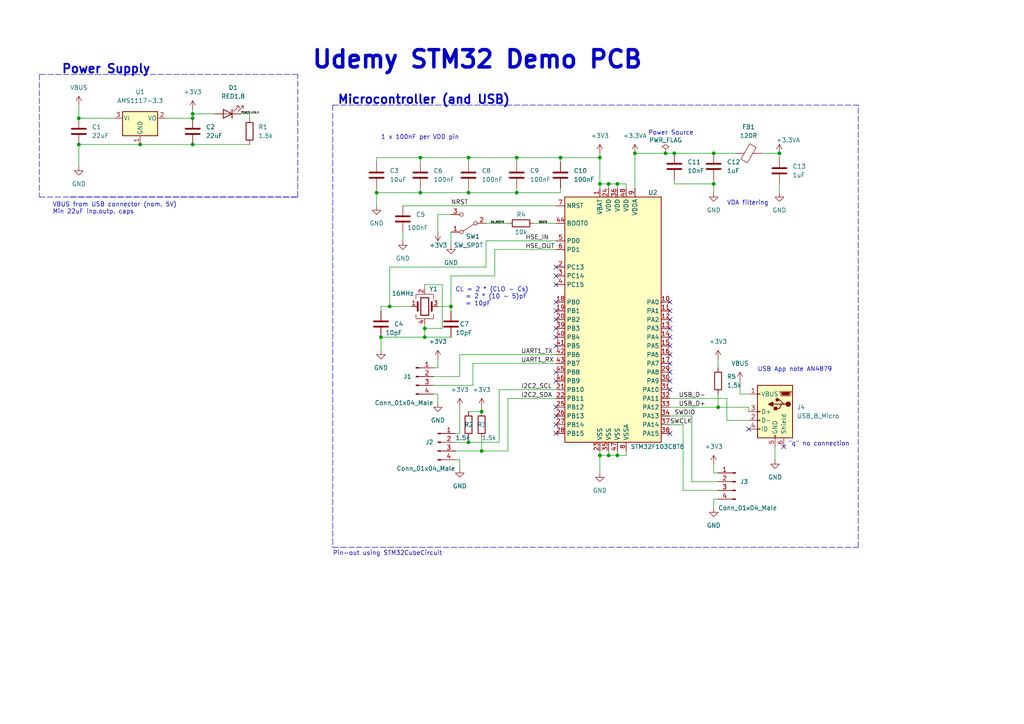
<source format=kicad_sch>
(kicad_sch (version 20211123) (generator eeschema)
  (paper "A4")
  (title_block (title "Udemy STM32 Demo PCB") (date "2023-02-14") (rev "0.1") (company "Chameleon"))
  (lib_symbols
    (symbol "Connector:Conn_01x04_Male" (pin_names (offset 1.016) hide)
      (property "Reference" "J" (at 0 5.08 0))
      (property "Value" "Conn_01x04_Male" (at 0 -7.62 0))
      (symbol "Conn_01x04_Male_1_1"
        (polyline (pts (xy 1.27 -5.08) (xy 0.8636 -5.08)) (stroke (width 0.1524)))
        (polyline (pts (xy 1.27 -2.54) (xy 0.8636 -2.54)) (stroke (width 0.1524)))
        (polyline (pts (xy 1.27 0) (xy 0.8636 0)) (stroke (width 0.1524)))
        (polyline (pts (xy 1.27 2.54) (xy 0.8636 2.54)) (stroke (width 0.1524)))
        (rectangle (start 0.8636 -4.953) (end 0 -5.207) (stroke (width 0.1524)) (fill (type outline)))
        (rectangle (start 0.8636 -2.413) (end 0 -2.667) (stroke (width 0.1524)) (fill (type outline)))
        (rectangle (start 0.8636 0.127) (end 0 -0.127) (stroke (width 0.1524)) (fill (type outline)))
        (rectangle (start 0.8636 2.667) (end 0 2.413) (stroke (width 0.1524)) (fill (type outline)))
        (pin passive line (at 5.08 2.54 180) (length 3.81) (name "Pin_1") (number "1"))
        (pin passive line (at 5.08 0 180) (length 3.81) (name "Pin_2") (number "2"))
        (pin passive line (at 5.08 -2.54 180) (length 3.81) (name "Pin_3") (number "3"))
        (pin passive line (at 5.08 -5.08 180) (length 3.81) (name "Pin_4") (number "4"))
      )
    )
    (symbol "Connector:USB_B_Micro" (pin_names (offset 1.016))
      (property "Reference" "J" (at -5.08 11.43 0))
      (property "Value" "USB_B_Micro" (at -5.08 8.89 0))
      (symbol "USB_B_Micro_0_1"
        (rectangle (start -5.08 -7.62) (end 5.08 7.62) (stroke (width 0.254)) (fill (type background)))
        (circle (center -3.81 2.159) (radius 0.635) (stroke (width 0.254)) (fill (type outline)))
        (circle (center -0.635 3.429) (radius 0.381) (stroke (width 0.254)) (fill (type outline)))
        (rectangle (start -0.127 -7.62) (end 0.127 -6.858))
        (polyline (pts (xy -1.905 2.159) (xy 0.635 2.159)) (stroke (width 0.254)))
        (polyline (pts (xy -3.175 2.159) (xy -2.54 2.159) (xy -1.27 3.429) (xy -0.635 3.429)) (stroke (width 0.254)))
        (polyline (pts (xy -2.54 2.159) (xy -1.905 2.159) (xy -1.27 0.889) (xy 0 0.889)) (stroke (width 0.254)))
        (polyline (pts (xy 0.635 2.794) (xy 0.635 1.524) (xy 1.905 2.159) (xy 0.635 2.794)) (stroke (width 0.254)) (fill (type outline)))
        (polyline (pts (xy -4.318 5.588) (xy -1.778 5.588) (xy -2.032 4.826) (xy -4.064 4.826) (xy -4.318 5.588)) (fill (type outline)))
        (polyline (pts (xy -4.699 5.842) (xy -4.699 5.588) (xy -4.445 4.826) (xy -4.445 4.572) (xy -1.651 4.572) (xy -1.651 4.826) (xy -1.397 5.588) (xy -1.397 5.842) (xy -4.699 5.842)))
        (rectangle (start 0.254 1.27) (end -0.508 0.508) (stroke (width 0.254)) (fill (type outline)))
        (rectangle (start 5.08 -5.207) (end 4.318 -4.953))
        (rectangle (start 5.08 -2.667) (end 4.318 -2.413))
        (rectangle (start 5.08 -0.127) (end 4.318 0.127))
        (rectangle (start 5.08 4.953) (end 4.318 5.207))
      )
      (symbol "USB_B_Micro_1_1"
        (pin power_out line (at 7.62 5.08 180) (length 2.54) (name "VBUS") (number "1"))
        (pin bidirectional line (at 7.62 -2.54 180) (length 2.54) (name "D-") (number "2"))
        (pin bidirectional line (at 7.62 0 180) (length 2.54) (name "D+") (number "3"))
        (pin passive line (at 7.62 -5.08 180) (length 2.54) (name "ID") (number "4"))
        (pin power_out line (at 0 -10.16 90) (length 2.54) (name "GND") (number "5"))
        (pin passive line (at -2.54 -10.16 90) (length 2.54) (name "Shield") (number "6"))
      )
    )
    (symbol "Device:C" (pin_numbers hide) (pin_names (offset 0.254))
      (property "Reference" "C" (at 0.635 2.54 0))
      (property "Value" "C" (at 0.635 -2.54 0))
      (symbol "C_0_1"
        (polyline (pts (xy -2.032 -0.762) (xy 2.032 -0.762)) (stroke (width 0.508)))
        (polyline (pts (xy -2.032 0.762) (xy 2.032 0.762)) (stroke (width 0.508)))
      )
      (symbol "C_1_1"
        (pin passive line (at 0 3.81 270) (length 2.794) (name "~") (number "1"))
        (pin passive line (at 0 -3.81 90) (length 2.794) (name "~") (number "2"))
      )
    )
    (symbol "Device:Crystal_GND24" (pin_names (offset 1.016) hide)
      (property "Reference" "Y" (at 3.175 5.08 0))
      (property "Value" "Crystal_GND24" (at 3.175 3.175 0))
      (symbol "Crystal_GND24_0_1"
        (rectangle (start -1.143 2.54) (end 1.143 -2.54) (stroke (width 0.3048)))
        (polyline (pts (xy -2.54 0) (xy -2.032 0)))
        (polyline (pts (xy -2.032 -1.27) (xy -2.032 1.27)) (stroke (width 0.508)))
        (polyline (pts (xy 0 -3.81) (xy 0 -3.556)))
        (polyline (pts (xy 0 3.556) (xy 0 3.81)))
        (polyline (pts (xy 2.032 -1.27) (xy 2.032 1.27)) (stroke (width 0.508)))
        (polyline (pts (xy 2.032 0) (xy 2.54 0)))
        (polyline (pts (xy -2.54 -2.286) (xy -2.54 -3.556) (xy 2.54 -3.556) (xy 2.54 -2.286)))
        (polyline (pts (xy -2.54 2.286) (xy -2.54 3.556) (xy 2.54 3.556) (xy 2.54 2.286)))
      )
      (symbol "Crystal_GND24_1_1"
        (pin passive line (at -3.81 0 0) (length 1.27) (name "1") (number "1"))
        (pin passive line (at 0 5.08 270) (length 1.27) (name "2") (number "2"))
        (pin passive line (at 3.81 0 180) (length 1.27) (name "3") (number "3"))
        (pin passive line (at 0 -5.08 90) (length 1.27) (name "4") (number "4"))
      )
    )
    (symbol "Device:FerriteBead" (pin_numbers hide) (pin_names (offset 0))
      (property "Reference" "FB" (at -3.81 0.635 90))
      (property "Value" "FerriteBead" (at 3.81 0 90))
      (symbol "FerriteBead_0_1"
        (polyline (pts (xy 0 -1.27) (xy 0 -1.2192)))
        (polyline (pts (xy 0 1.27) (xy 0 1.2954)))
        (polyline (pts (xy -2.7686 0.4064) (xy -1.7018 2.2606) (xy 2.7686 -0.3048) (xy 1.6764 -2.159) (xy -2.7686 0.4064)))
      )
      (symbol "FerriteBead_1_1"
        (pin passive line (at 0 3.81 270) (length 2.54) (name "~") (number "1"))
        (pin passive line (at 0 -3.81 90) (length 2.54) (name "~") (number "2"))
      )
    )
    (symbol "Device:LED" (pin_numbers hide) (pin_names (offset 1.016) hide)
      (property "Reference" "D" (at 0 2.54 0))
      (property "Value" "LED" (at 0 -2.54 0))
      (symbol "LED_0_1"
        (polyline (pts (xy -1.27 -1.27) (xy -1.27 1.27)) (stroke (width 0.254)))
        (polyline (pts (xy -1.27 0) (xy 1.27 0)))
        (polyline (pts (xy 1.27 -1.27) (xy 1.27 1.27) (xy -1.27 0) (xy 1.27 -1.27)) (stroke (width 0.254)))
        (polyline (pts (xy -3.048 -0.762) (xy -4.572 -2.286) (xy -3.81 -2.286) (xy -4.572 -2.286) (xy -4.572 -1.524)))
        (polyline (pts (xy -1.778 -0.762) (xy -3.302 -2.286) (xy -2.54 -2.286) (xy -3.302 -2.286) (xy -3.302 -1.524)))
      )
      (symbol "LED_1_1"
        (pin passive line (at -3.81 0 0) (length 2.54) (name "K") (number "1"))
        (pin passive line (at 3.81 0 180) (length 2.54) (name "A") (number "2"))
      )
    )
    (symbol "Device:R" (pin_numbers hide) (pin_names (offset 0))
      (property "Reference" "R" (at 2.032 0 90))
      (property "Value" "R" (at 0 0 90))
      (symbol "R_0_1"
        (rectangle (start -1.016 -2.54) (end 1.016 2.54) (stroke (width 0.254)))
      )
      (symbol "R_1_1"
        (pin passive line (at 0 3.81 270) (length 1.27) (name "~") (number "1"))
        (pin passive line (at 0 -3.81 90) (length 1.27) (name "~") (number "2"))
      )
    )
    (symbol "MCU_ST_STM32F1:STM32F103C8Tx"
      (property "Reference" "U" (at -15.24 36.83 0))
      (property "Value" "STM32F103C8Tx" (at 7.62 36.83 0))
      (symbol "STM32F103C8Tx_0_1"
        (rectangle (start -15.24 -35.56) (end 12.7 35.56) (stroke (width 0.254)) (fill (type background)))
      )
      (symbol "STM32F103C8Tx_1_1"
        (pin power_in line (at -5.08 38.1 270) (length 2.54) (name "VBAT") (number "1"))
        (pin bidirectional line (at 15.24 5.08 180) (length 2.54) (name "PA0") (number "10"))
        (pin bidirectional line (at 15.24 2.54 180) (length 2.54) (name "PA1") (number "11"))
        (pin bidirectional line (at 15.24 0 180) (length 2.54) (name "PA2") (number "12"))
        (pin bidirectional line (at 15.24 -2.54 180) (length 2.54) (name "PA3") (number "13"))
        (pin bidirectional line (at 15.24 -5.08 180) (length 2.54) (name "PA4") (number "14"))
        (pin bidirectional line (at 15.24 -7.62 180) (length 2.54) (name "PA5") (number "15"))
        (pin bidirectional line (at 15.24 -10.16 180) (length 2.54) (name "PA6") (number "16"))
        (pin bidirectional line (at 15.24 -12.7 180) (length 2.54) (name "PA7") (number "17"))
        (pin bidirectional line (at -17.78 5.08 0) (length 2.54) (name "PB0") (number "18"))
        (pin bidirectional line (at -17.78 2.54 0) (length 2.54) (name "PB1") (number "19"))
        (pin bidirectional line (at -17.78 15.24 0) (length 2.54) (name "PC13") (number "2"))
        (pin bidirectional line (at -17.78 0 0) (length 2.54) (name "PB2") (number "20"))
        (pin bidirectional line (at -17.78 -20.32 0) (length 2.54) (name "PB10") (number "21"))
        (pin bidirectional line (at -17.78 -22.86 0) (length 2.54) (name "PB11") (number "22"))
        (pin power_in line (at -5.08 -38.1 90) (length 2.54) (name "VSS") (number "23"))
        (pin power_in line (at -2.54 38.1 270) (length 2.54) (name "VDD") (number "24"))
        (pin bidirectional line (at -17.78 -25.4 0) (length 2.54) (name "PB12") (number "25"))
        (pin bidirectional line (at -17.78 -27.94 0) (length 2.54) (name "PB13") (number "26"))
        (pin bidirectional line (at -17.78 -30.48 0) (length 2.54) (name "PB14") (number "27"))
        (pin bidirectional line (at -17.78 -33.02 0) (length 2.54) (name "PB15") (number "28"))
        (pin bidirectional line (at 15.24 -15.24 180) (length 2.54) (name "PA8") (number "29"))
        (pin bidirectional line (at -17.78 12.7 0) (length 2.54) (name "PC14") (number "3"))
        (pin bidirectional line (at 15.24 -17.78 180) (length 2.54) (name "PA9") (number "30"))
        (pin bidirectional line (at 15.24 -20.32 180) (length 2.54) (name "PA10") (number "31"))
        (pin bidirectional line (at 15.24 -22.86 180) (length 2.54) (name "PA11") (number "32"))
        (pin bidirectional line (at 15.24 -25.4 180) (length 2.54) (name "PA12") (number "33"))
        (pin bidirectional line (at 15.24 -27.94 180) (length 2.54) (name "PA13") (number "34"))
        (pin power_in line (at -2.54 -38.1 90) (length 2.54) (name "VSS") (number "35"))
        (pin power_in line (at 0 38.1 270) (length 2.54) (name "VDD") (number "36"))
        (pin bidirectional line (at 15.24 -30.48 180) (length 2.54) (name "PA14") (number "37"))
        (pin bidirectional line (at 15.24 -33.02 180) (length 2.54) (name "PA15") (number "38"))
        (pin bidirectional line (at -17.78 -2.54 0) (length 2.54) (name "PB3") (number "39"))
        (pin bidirectional line (at -17.78 10.16 0) (length 2.54) (name "PC15") (number "4"))
        (pin bidirectional line (at -17.78 -5.08 0) (length 2.54) (name "PB4") (number "40"))
        (pin bidirectional line (at -17.78 -7.62 0) (length 2.54) (name "PB5") (number "41"))
        (pin bidirectional line (at -17.78 -10.16 0) (length 2.54) (name "PB6") (number "42"))
        (pin bidirectional line (at -17.78 -12.7 0) (length 2.54) (name "PB7") (number "43"))
        (pin input line (at -17.78 27.94 0) (length 2.54) (name "BOOT0") (number "44"))
        (pin bidirectional line (at -17.78 -15.24 0) (length 2.54) (name "PB8") (number "45"))
        (pin bidirectional line (at -17.78 -17.78 0) (length 2.54) (name "PB9") (number "46"))
        (pin power_in line (at 0 -38.1 90) (length 2.54) (name "VSS") (number "47"))
        (pin power_in line (at 2.54 38.1 270) (length 2.54) (name "VDD") (number "48"))
        (pin input line (at -17.78 22.86 0) (length 2.54) (name "PD0") (number "5"))
        (pin input line (at -17.78 20.32 0) (length 2.54) (name "PD1") (number "6"))
        (pin input line (at -17.78 33.02 0) (length 2.54) (name "NRST") (number "7"))
        (pin power_in line (at 2.54 -38.1 90) (length 2.54) (name "VSSA") (number "8"))
        (pin power_in line (at 5.08 38.1 270) (length 2.54) (name "VDDA") (number "9"))
      )
    )
    (symbol "Regulator_Linear:AMS1117-3.3" (pin_names (offset 0.254))
      (property "Reference" "U" (at -3.81 3.175 0))
      (property "Value" "AMS1117-3.3" (at 0 3.175 0))
      (symbol "AMS1117-3.3_0_1"
        (rectangle (start -5.08 -5.08) (end 5.08 1.905) (stroke (width 0.254)) (fill (type background)))
      )
      (symbol "AMS1117-3.3_1_1"
        (pin power_in line (at 0 -7.62 90) (length 2.54) (name "GND") (number "1"))
        (pin power_out line (at 7.62 0 180) (length 2.54) (name "VO") (number "2"))
        (pin power_in line (at -7.62 0 0) (length 2.54) (name "VI") (number "3"))
      )
    )
    (symbol "Switch:SW_SPDT" (pin_names (offset 0) hide)
      (property "Reference" "SW" (at 0 4.318 0))
      (property "Value" "SW_SPDT" (at 0 -5.08 0))
      (symbol "SW_SPDT_0_0"
        (circle (center -2.032 0) (radius 0.508))
        (circle (center 2.032 -2.54) (radius 0.508))
      )
      (symbol "SW_SPDT_0_1"
        (polyline (pts (xy -1.524 0.254) (xy 1.651 2.286)))
        (circle (center 2.032 2.54) (radius 0.508))
      )
      (symbol "SW_SPDT_1_1"
        (pin passive line (at 5.08 2.54 180) (length 2.54) (name "A") (number "1"))
        (pin passive line (at -5.08 0 0) (length 2.54) (name "B") (number "2"))
        (pin passive line (at 5.08 -2.54 180) (length 2.54) (name "C") (number "3"))
      )
    )
    (symbol "power:+3.3V" (power) (pin_names (offset 0))
      (property "Value" "+3.3V" (at 0 3.556 0))
      (symbol "+3.3V_0_1"
        (polyline (pts (xy -0.762 1.27) (xy 0 2.54)))
        (polyline (pts (xy 0 0) (xy 0 2.54)))
        (polyline (pts (xy 0 2.54) (xy 0.762 1.27)))
      )
      (symbol "+3.3V_1_1"
        (pin power_in line (at 0 0 90) (length 0) hide (name "+3V3") (number "1"))
      )
    )
    (symbol "power:+3.3VA" (power) (pin_names (offset 0))
      (property "Value" "+3.3VA" (at 0 3.556 0))
      (symbol "+3.3VA_0_1"
        (polyline (pts (xy -0.762 1.27) (xy 0 2.54)))
        (polyline (pts (xy 0 0) (xy 0 2.54)))
        (polyline (pts (xy 0 2.54) (xy 0.762 1.27)))
      )
      (symbol "+3.3VA_1_1"
        (pin power_in line (at 0 0 90) (length 0) hide (name "+3.3VA") (number "1"))
      )
    )
    (symbol "power:GND" (power) (pin_names (offset 0))
      (property "Value" "GND" (at 0 -3.81 0))
      (symbol "GND_0_1"
        (polyline (pts (xy 0 0) (xy 0 -1.27) (xy 1.27 -1.27) (xy 0 -2.54) (xy -1.27 -1.27) (xy 0 -1.27)))
      )
      (symbol "GND_1_1"
        (pin power_in line (at 0 0 270) (length 0) hide (name "GND") (number "1"))
      )
    )
    (symbol "power:PWR_FLAG" (power) (pin_numbers hide) (pin_names (offset 0) hide)
      (property "Value" "PWR_FLAG" (at 0 3.81 0))
      (symbol "PWR_FLAG_0_0"
        (pin power_out line (at 0 0 90) (length 0) (name "pwr") (number "1"))
      )
      (symbol "PWR_FLAG_0_1"
        (polyline (pts (xy 0 0) (xy 0 1.27) (xy -1.016 1.905) (xy 0 2.54) (xy 1.016 1.905) (xy 0 1.27)))
      )
    )
    (symbol "power:VBUS" (power) (pin_names (offset 0))
      (property "Value" "VBUS" (at 0 3.81 0))
      (symbol "VBUS_0_1"
        (polyline (pts (xy -0.762 1.27) (xy 0 2.54)))
        (polyline (pts (xy 0 0) (xy 0 2.54)))
        (polyline (pts (xy 0 2.54) (xy 0.762 1.27)))
      )
      (symbol "VBUS_1_1"
        (pin power_in line (at 0 0 90) (length 0) hide (name "VBUS") (number "1"))
      )
    )
  )
  (junction (at 55.88 33.02))
  (junction (at 55.88 41.91))
  (junction (at 179.07 53.34))
  (junction (at 121.92 45.72))
  (junction (at 121.92 55.88))
  (junction (at 130.81 88.9))
  (junction (at 139.7 130.81))
  (junction (at 40.64 41.91))
  (junction (at 208.28 118.11))
  (junction (at 113.03 88.9))
  (junction (at 207.01 53.34))
  (junction (at 176.53 132.08))
  (junction (at 22.86 41.91))
  (junction (at 149.86 45.72))
  (junction (at 135.89 45.72))
  (junction (at 135.89 128.27))
  (junction (at 195.58 44.45))
  (junction (at 173.99 53.34))
  (junction (at 109.22 55.88))
  (junction (at 226.06 44.45))
  (junction (at 123.19 97.79))
  (junction (at 207.01 44.45))
  (junction (at 179.07 132.08))
  (junction (at 55.88 34.29))
  (junction (at 22.86 34.29))
  (junction (at 123.19 95.25))
  (junction (at 135.89 55.88))
  (junction (at 173.99 45.72))
  (junction (at 193.04 44.45))
  (junction (at 184.15 44.45))
  (junction (at 176.53 53.34))
  (junction (at 173.99 132.08))
  (junction (at 162.56 45.72))
  (junction (at 110.49 97.79))
  (junction (at 139.7 119.38))
  (junction (at 149.86 55.88))
  (no_connect (at 194.31 97.79))
  (no_connect (at 161.29 118.11))
  (no_connect (at 161.29 77.47))
  (no_connect (at 194.31 105.41))
  (no_connect (at 194.31 92.71))
  (no_connect (at 161.29 80.01))
  (no_connect (at 161.29 92.71))
  (no_connect (at 194.31 90.17))
  (no_connect (at 161.29 95.25))
  (no_connect (at 194.31 95.25))
  (no_connect (at 227.33 129.54))
  (no_connect (at 161.29 123.19))
  (no_connect (at 161.29 110.49))
  (no_connect (at 161.29 97.79))
  (no_connect (at 194.31 87.63))
  (no_connect (at 161.29 125.73))
  (no_connect (at 194.31 107.95))
  (no_connect (at 161.29 87.63))
  (no_connect (at 194.31 102.87))
  (no_connect (at 217.17 124.46))
  (no_connect (at 194.31 110.49))
  (no_connect (at 161.29 90.17))
  (no_connect (at 161.29 107.95))
  (no_connect (at 161.29 120.65))
  (no_connect (at 194.31 100.33))
  (no_connect (at 194.31 125.73))
  (no_connect (at 161.29 100.33))
  (no_connect (at 161.29 82.55))
  (no_connect (at 194.31 113.03))
  (wire (pts (xy 130.81 88.9) (xy 127 88.9)))
  (wire (pts (xy 22.86 41.91) (xy 40.64 41.91)))
  (wire (pts (xy 127 104.14) (xy 127 106.68)))
  (wire (pts (xy 55.88 33.02) (xy 55.88 34.29)))
  (wire (pts (xy 226.06 53.34) (xy 226.06 55.88)))
  (wire (pts (xy 135.89 119.38) (xy 139.7 119.38)))
  (wire (pts (xy 208.28 104.14) (xy 208.28 106.68)))
  (wire (pts (xy 173.99 130.81) (xy 173.99 132.08)))
  (wire (pts (xy 140.97 77.47) (xy 113.03 77.47)))
  (wire (pts (xy 72.39 33.02) (xy 72.39 34.29)))
  (wire (pts (xy 143.51 72.39) (xy 143.51 80.01)))
  (wire (pts (xy 139.7 127) (xy 139.7 130.81)))
  (wire (pts (xy 176.53 53.34) (xy 173.99 53.34)))
  (wire (pts (xy 149.86 55.88) (xy 135.89 55.88)))
  (wire (pts (xy 127 67.31) (xy 127 62.23)))
  (wire (pts (xy 130.81 67.31) (xy 130.81 71.12)))
  (wire (pts (xy 179.07 54.61) (xy 179.07 53.34)))
  (wire (pts (xy 207.01 134.62) (xy 207.01 137.16)))
  (polyline (pts (xy 11.43 57.15) (xy 86.36 57.15)))
  (wire (pts (xy 127 106.68) (xy 125.73 106.68)))
  (wire (pts (xy 40.64 41.91) (xy 55.88 41.91)))
  (wire (pts (xy 135.89 55.88) (xy 121.92 55.88)))
  (wire (pts (xy 130.81 88.9) (xy 130.81 90.17)))
  (wire (pts (xy 162.56 55.88) (xy 149.86 55.88)))
  (wire (pts (xy 113.03 77.47) (xy 113.03 88.9)))
  (wire (pts (xy 143.51 80.01) (xy 130.81 80.01)))
  (polyline (pts (xy 11.43 21.59) (xy 11.43 57.15)))
  (wire (pts (xy 121.92 46.99) (xy 121.92 45.72)))
  (wire (pts (xy 133.35 133.35) (xy 133.35 135.89)))
  (wire (pts (xy 116.84 67.31) (xy 116.84 69.85)))
  (wire (pts (xy 220.98 44.45) (xy 226.06 44.45)))
  (wire (pts (xy 210.82 115.57) (xy 210.82 121.92)))
  (wire (pts (xy 181.61 132.08) (xy 179.07 132.08)))
  (wire (pts (xy 181.61 53.34) (xy 179.07 53.34)))
  (wire (pts (xy 214.63 110.49) (xy 214.63 114.3)))
  (wire (pts (xy 207.01 52.07) (xy 207.01 53.34)))
  (polyline (pts (xy 86.36 21.59) (xy 11.43 21.59)))
  (wire (pts (xy 195.58 52.07) (xy 195.58 53.34)))
  (wire (pts (xy 179.07 132.08) (xy 176.53 132.08)))
  (wire (pts (xy 133.35 102.87) (xy 161.29 102.87)))
  (wire (pts (xy 127 114.3) (xy 127 116.84)))
  (wire (pts (xy 135.89 128.27) (xy 132.08 128.27)))
  (wire (pts (xy 123.19 82.55) (xy 128.27 82.55)))
  (wire (pts (xy 176.53 54.61) (xy 176.53 53.34)))
  (wire (pts (xy 127 62.23) (xy 130.81 62.23)))
  (wire (pts (xy 173.99 44.45) (xy 173.99 45.72)))
  (wire (pts (xy 121.92 54.61) (xy 121.92 55.88)))
  (wire (pts (xy 184.15 44.45) (xy 184.15 54.61)))
  (wire (pts (xy 137.16 111.76) (xy 137.16 105.41)))
  (wire (pts (xy 137.16 105.41) (xy 161.29 105.41)))
  (polyline (pts (xy 20.32 57.15) (xy 86.36 57.15)))
  (wire (pts (xy 147.32 130.81) (xy 139.7 130.81)))
  (wire (pts (xy 133.35 118.11) (xy 133.35 125.73)))
  (wire (pts (xy 162.56 46.99) (xy 162.56 45.72)))
  (wire (pts (xy 110.49 88.9) (xy 113.03 88.9)))
  (wire (pts (xy 224.79 129.54) (xy 224.79 133.35)))
  (wire (pts (xy 116.84 59.69) (xy 161.29 59.69)))
  (wire (pts (xy 173.99 53.34) (xy 173.99 54.61)))
  (wire (pts (xy 135.89 45.72) (xy 149.86 45.72)))
  (wire (pts (xy 140.97 69.85) (xy 140.97 77.47)))
  (wire (pts (xy 135.89 54.61) (xy 135.89 55.88)))
  (wire (pts (xy 149.86 45.72) (xy 162.56 45.72)))
  (polyline (pts (xy 96.52 30.48) (xy 96.52 158.75)))
  (wire (pts (xy 195.58 44.45) (xy 207.01 44.45)))
  (wire (pts (xy 207.01 44.45) (xy 213.36 44.45)))
  (wire (pts (xy 55.88 31.75) (xy 55.88 33.02)))
  (wire (pts (xy 133.35 109.22) (xy 133.35 102.87)))
  (polyline (pts (xy 96.52 158.75) (xy 248.92 158.75)))
  (wire (pts (xy 208.28 144.78) (xy 207.01 144.78)))
  (wire (pts (xy 123.19 95.25) (xy 123.19 93.98)))
  (wire (pts (xy 132.08 133.35) (xy 133.35 133.35)))
  (wire (pts (xy 161.29 69.85) (xy 140.97 69.85)))
  (wire (pts (xy 181.61 130.81) (xy 181.61 132.08)))
  (wire (pts (xy 121.92 45.72) (xy 135.89 45.72)))
  (wire (pts (xy 133.35 109.22) (xy 125.73 109.22)))
  (wire (pts (xy 113.03 88.9) (xy 119.38 88.9)))
  (wire (pts (xy 121.92 55.88) (xy 109.22 55.88)))
  (wire (pts (xy 109.22 46.99) (xy 109.22 45.72)))
  (wire (pts (xy 173.99 132.08) (xy 173.99 137.16)))
  (wire (pts (xy 217.17 118.11) (xy 217.17 119.38)))
  (wire (pts (xy 208.28 114.3) (xy 208.28 118.11)))
  (wire (pts (xy 130.81 80.01) (xy 130.81 88.9)))
  (wire (pts (xy 147.32 115.57) (xy 147.32 130.81)))
  (wire (pts (xy 207.01 137.16) (xy 208.28 137.16)))
  (wire (pts (xy 200.66 120.65) (xy 200.66 139.7)))
  (wire (pts (xy 162.56 45.72) (xy 173.99 45.72)))
  (wire (pts (xy 184.15 44.45) (xy 193.04 44.45)))
  (wire (pts (xy 48.26 34.29) (xy 55.88 34.29)))
  (wire (pts (xy 226.06 44.45) (xy 226.06 45.72)))
  (wire (pts (xy 135.89 46.99) (xy 135.89 45.72)))
  (wire (pts (xy 200.66 139.7) (xy 208.28 139.7)))
  (wire (pts (xy 194.31 115.57) (xy 210.82 115.57)))
  (wire (pts (xy 140.97 64.77) (xy 147.32 64.77)))
  (wire (pts (xy 207.01 53.34) (xy 207.01 55.88)))
  (wire (pts (xy 176.53 130.81) (xy 176.53 132.08)))
  (wire (pts (xy 139.7 130.81) (xy 132.08 130.81)))
  (wire (pts (xy 207.01 144.78) (xy 207.01 147.32)))
  (wire (pts (xy 123.19 97.79) (xy 130.81 97.79)))
  (polyline (pts (xy 96.52 30.48) (xy 248.92 30.48)))
  (wire (pts (xy 128.27 95.25) (xy 123.19 95.25)))
  (wire (pts (xy 110.49 97.79) (xy 110.49 101.6)))
  (wire (pts (xy 173.99 45.72) (xy 173.99 53.34)))
  (wire (pts (xy 69.85 33.02) (xy 72.39 33.02)))
  (wire (pts (xy 208.28 118.11) (xy 217.17 118.11)))
  (wire (pts (xy 193.04 44.45) (xy 195.58 44.45)))
  (polyline (pts (xy 86.36 57.15) (xy 86.36 21.59)))
  (wire (pts (xy 133.35 125.73) (xy 132.08 125.73)))
  (wire (pts (xy 195.58 53.34) (xy 207.01 53.34)))
  (wire (pts (xy 176.53 132.08) (xy 173.99 132.08)))
  (wire (pts (xy 139.7 118.11) (xy 139.7 119.38)))
  (wire (pts (xy 123.19 83.82) (xy 123.19 82.55)))
  (wire (pts (xy 181.61 54.61) (xy 181.61 53.34)))
  (wire (pts (xy 22.86 41.91) (xy 22.86 48.26)))
  (wire (pts (xy 198.12 142.24) (xy 208.28 142.24)))
  (wire (pts (xy 198.12 123.19) (xy 198.12 142.24)))
  (wire (pts (xy 194.31 123.19) (xy 198.12 123.19)))
  (wire (pts (xy 62.23 33.02) (xy 55.88 33.02)))
  (wire (pts (xy 149.86 54.61) (xy 149.86 55.88)))
  (wire (pts (xy 22.86 34.29) (xy 33.02 34.29)))
  (wire (pts (xy 147.32 115.57) (xy 161.29 115.57)))
  (wire (pts (xy 109.22 45.72) (xy 121.92 45.72)))
  (wire (pts (xy 22.86 30.48) (xy 22.86 34.29)))
  (wire (pts (xy 135.89 127) (xy 135.89 128.27)))
  (wire (pts (xy 109.22 55.88) (xy 109.22 59.69)))
  (wire (pts (xy 161.29 72.39) (xy 143.51 72.39)))
  (wire (pts (xy 194.31 118.11) (xy 208.28 118.11)))
  (wire (pts (xy 214.63 114.3) (xy 217.17 114.3)))
  (wire (pts (xy 125.73 111.76) (xy 137.16 111.76)))
  (wire (pts (xy 128.27 82.55) (xy 128.27 95.25)))
  (wire (pts (xy 144.78 128.27) (xy 135.89 128.27)))
  (wire (pts (xy 144.78 128.27) (xy 144.78 113.03)))
  (wire (pts (xy 110.49 90.17) (xy 110.49 88.9)))
  (polyline (pts (xy 248.92 158.75) (xy 248.92 30.48)))
  (wire (pts (xy 179.07 130.81) (xy 179.07 132.08)))
  (wire (pts (xy 123.19 95.25) (xy 123.19 97.79)))
  (wire (pts (xy 109.22 54.61) (xy 109.22 55.88)))
  (wire (pts (xy 154.94 64.77) (xy 161.29 64.77)))
  (wire (pts (xy 194.31 120.65) (xy 200.66 120.65)))
  (wire (pts (xy 149.86 46.99) (xy 149.86 45.72)))
  (wire (pts (xy 55.88 41.91) (xy 72.39 41.91)))
  (wire (pts (xy 110.49 97.79) (xy 123.19 97.79)))
  (wire (pts (xy 144.78 113.03) (xy 161.29 113.03)))
  (wire (pts (xy 162.56 54.61) (xy 162.56 55.88)))
  (wire (pts (xy 210.82 121.92) (xy 217.17 121.92)))
  (wire (pts (xy 125.73 114.3) (xy 127 114.3)))
  (wire (pts (xy 179.07 53.34) (xy 176.53 53.34)))
  (text "Power Supply" (at 17.78 21.59 0) (effects (font (size 2.5 2.5) (thickness 0.5) bold) (justify left bottom)))
  (text "CL = 2 * (CLO - Cs)\n   = 2 * (10 - 5)pF\n   = 10pF" (at 132.08 88.9 0) (effects (font (size 1.27 1.27)) (justify left bottom)))
  (text "Pin-out using STM32CubeCircuit" (at 96.52 161.29 0) (effects (font (size 1.27 1.27)) (justify left bottom)))
  (text "VDA filtering\n" (at 210.82 59.69 0) (effects (font (size 1.27 1.27)) (justify left bottom)))
  (text "VBUS from USB connector (nom. 5V)\nMin 22uF inp.outp. caps\n" (at 15.24 62.23 0) (effects (font (size 1.27 1.27)) (justify left bottom)))
  (text "USB App note AN4879" (at 219.71 107.95 0) (effects (font (size 1.27 1.27)) (justify left bottom)))
  (text "Power Source\n" (at 187.96 39.37 0) (effects (font (size 1.27 1.27)) (justify left bottom)))
  (text "Udemy STM32 Demo PCB" (at 90.17 20.32 0) (effects (font (size 5 5) bold) (justify left bottom)))
  (text "\"q\" no connection\n" (at 228.6 129.54 0) (effects (font (size 1.27 1.27)) (justify left bottom)))
  (text "1 x 100nF per VDD pin\n" (at 110.49 40.64 0) (effects (font (size 1.27 1.27)) (justify left bottom)))
  (text "Microcontroller (and USB)" (at 97.79 30.48 0) (effects (font (size 2.5 2.5) (thickness 0.5) bold) (justify left bottom)))
  (label "I2C2_SCL" (at 151.13 113.03 0))
  (label "UART1_TX" (at 151.13 102.87 0))
  (label "POWER_LED_K" (at 69.85 33.02 0) (effects (font (size 0.5 0.5))))
  (label "SWCLK" (at 194.31 123.19 0))
  (label "USB_D-" (at 196.85 115.57 0))
  (label "NRST" (at 130.81 59.69 0))
  (label "HSE_IN" (at 152.4 69.85 0))
  (label "USB_D+" (at 196.85 118.11 0))
  (label "BOOT0" (at 156.21 64.77 0) (effects (font (size 0.5 0.5))))
  (label "HSE_OUT" (at 152.4 72.39 0))
  (label "UART1_RX" (at 151.13 105.41 0))
  (label "I2C2_SDA" (at 151.13 115.57 0))
  (label "SWDIO" (at 195.58 120.65 0))
  (label "SW_BOOT0" (at 142.24 64.77 0) (effects (font (size 0.5 0.5))))
  (symbol (lib_id "Device:C") (at 162.56 50.8 0) (unit 1)
    (property "Reference" "C10" (at 166.37 49.5299 0) (effects (justify left)))
    (property "Value" "100nF" (at 166.37 52.0699 0) (effects (justify left)))
  )
  (symbol (lib_id "power:+3.3V") (at 55.88 31.75 0) (unit 1)
    (property "Reference" "#PWR03" (effects hide))
    (property "Value" "+3.3V" (at 55.88 26.67 0))
  )
  (symbol (lib_id "Device:C") (at 110.49 93.98 0) (unit 1)
    (property "Reference" "C4" (at 114.3 93.98 0) (effects (justify left)))
    (property "Value" "10pF" (at 111.76 96.52 0) (effects (justify left)))
  )
  (symbol (lib_id "Device:C") (at 22.86 38.1 0) (unit 1)
    (property "Reference" "C1" (at 26.67 36.8299 0) (effects (justify left)))
    (property "Value" "22uF" (at 26.67 39.3699 0) (effects (justify left)))
  )
  (symbol (lib_id "power:+3.3VA") (at 184.15 44.45 0) (unit 1)
    (property "Reference" "#PWR016" (effects hide))
    (property "Value" "+3.3VA" (at 184.15 39.37 0))
  )
  (symbol (lib_id "power:+3.3V") (at 127 104.14 0) (mirror y) (unit 1)
    (property "Reference" "#PWR08" (effects hide))
    (property "Value" "+3.3V" (at 127 99.06 0))
  )
  (symbol (lib_id "Device:Crystal_GND24") (at 123.19 88.9 0) (unit 1)
    (property "Reference" "Y1" (at 125.73 83.82 0))
    (property "Value" "16MHz" (at 116.84 85.09 0))
  )
  (symbol (lib_id "power:VBUS") (at 22.86 30.48 0) (unit 1)
    (property "Reference" "#PWR01" (effects hide))
    (property "Value" "VBUS" (at 22.86 25.4 0))
  )
  (symbol (lib_id "Device:C") (at 109.22 50.8 0) (unit 1)
    (property "Reference" "C3" (at 113.03 49.5299 0) (effects (justify left)))
    (property "Value" "10uF" (at 113.03 52.0699 0) (effects (justify left)))
  )
  (symbol (lib_id "power:GND") (at 226.06 55.88 0) (unit 1)
    (property "Reference" "#PWR024" (effects hide))
    (property "Value" "GND" (at 226.06 60.96 0))
  )
  (symbol (lib_id "Device:C") (at 135.89 50.8 0) (unit 1)
    (property "Reference" "C8" (at 139.7 49.5299 0) (effects (justify left)))
    (property "Value" "100nF" (at 139.7 52.0699 0) (effects (justify left)))
  )
  (symbol (lib_id "Connector:Conn_01x04_Male") (at 127 128.27 0) (unit 1)
    (property "Reference" "J2" (at 125.73 128.2699 0) (effects (justify right)))
    (property "Value" "Conn_01x04_Male" (at 132.08 135.89 0) (effects (justify right)))
  )
  (symbol (lib_id "power:GND") (at 173.99 137.16 0) (mirror y) (unit 1)
    (property "Reference" "#PWR015" (effects hide))
    (property "Value" "GND" (at 173.99 142.24 0))
  )
  (symbol (lib_id "Connector:USB_B_Micro") (at 224.79 119.38 0) (mirror y) (unit 1)
    (property "Reference" "J4" (at 231.14 118.1099 0) (effects (justify right)))
    (property "Value" "USB_B_Micro" (at 231.14 120.6499 0) (effects (justify right)))
  )
  (symbol (lib_id "power:+3.3V") (at 127 67.31 180) (unit 1)
    (property "Reference" "#PWR07" (effects hide))
    (property "Value" "+3.3V" (at 124.46 71.12 0) (effects (justify right)))
  )
  (symbol (lib_id "Device:FerriteBead") (at 217.17 44.45 90) (unit 1)
    (property "Reference" "FB1" (at 217.1192 36.83 90))
    (property "Value" "120R" (at 217.1192 39.37 90))
  )
  (symbol (lib_id "power:GND") (at 110.49 101.6 0) (unit 1)
    (property "Reference" "#PWR05" (effects hide))
    (property "Value" "GND" (at 110.49 106.68 0))
  )
  (symbol (lib_id "Device:C") (at 121.92 50.8 0) (unit 1)
    (property "Reference" "C6" (at 125.73 49.5299 0) (effects (justify left)))
    (property "Value" "100nF" (at 125.73 52.0699 0) (effects (justify left)))
  )
  (symbol (lib_id "power:GND") (at 130.81 71.12 0) (unit 1)
    (property "Reference" "#PWR010" (effects hide))
    (property "Value" "GND" (at 130.81 76.2 0))
  )
  (symbol (lib_id "Connector:Conn_01x04_Male") (at 120.65 109.22 0) (unit 1)
    (property "Reference" "J1" (at 119.38 109.2199 0) (effects (justify right)))
    (property "Value" "Conn_01x04_Male" (at 125.73 116.84 0) (effects (justify right)))
  )
  (symbol (lib_id "Device:C") (at 55.88 38.1 0) (unit 1)
    (property "Reference" "C2" (at 59.69 36.8299 0) (effects (justify left)))
    (property "Value" "22uF" (at 59.69 39.3699 0) (effects (justify left)))
  )
  (symbol (lib_id "Device:LED") (at 66.04 33.02 180) (unit 1)
    (property "Reference" "D1" (at 67.6275 25.4 0))
    (property "Value" "RED1.8" (at 67.6275 27.94 0))
  )
  (symbol (lib_id "power:GND") (at 207.01 55.88 0) (unit 1)
    (property "Reference" "#PWR017" (effects hide))
    (property "Value" "GND" (at 207.01 60.96 0))
  )
  (symbol (lib_id "Device:R") (at 151.13 64.77 90) (unit 1)
    (property "Reference" "R4" (at 151.13 62.23 90))
    (property "Value" "10k" (at 151.13 67.31 90))
  )
  (symbol (lib_id "Device:R") (at 139.7 123.19 0) (unit 1)
    (property "Reference" "R3" (at 138.43 123.19 0) (effects (justify left)))
    (property "Value" "1.5k" (at 139.7 127 0) (effects (justify left)))
  )
  (symbol (lib_id "power:GND") (at 224.79 133.35 0) (mirror y) (unit 1)
    (property "Reference" "#PWR022" (effects hide))
    (property "Value" "GND" (at 224.79 138.43 0))
  )
  (symbol (lib_id "power:+3.3VA") (at 226.06 44.45 0) (unit 1)
    (property "Reference" "#PWR023" (effects hide))
    (property "Value" "+3.3VA" (at 228.6 40.64 0))
  )
  (symbol (lib_id "Device:C") (at 226.06 49.53 0) (unit 1)
    (property "Reference" "C13" (at 229.87 48.2599 0) (effects (justify left)))
    (property "Value" "1uF" (at 229.87 50.7999 0) (effects (justify left)))
  )
  (symbol (lib_id "Device:C") (at 116.84 63.5 0) (unit 1)
    (property "Reference" "C5" (at 120.65 62.2299 0) (effects (justify left)))
    (property "Value" "100nF" (at 118.11 66.04 0) (effects (justify left)))
  )
  (symbol (lib_id "Device:C") (at 195.58 48.26 0) (unit 1)
    (property "Reference" "C11" (at 199.39 46.9899 0) (effects (justify left)))
    (property "Value" "10nF" (at 199.39 49.5299 0) (effects (justify left)))
  )
  (symbol (lib_id "power:+3.3V") (at 139.7 118.11 0) (mirror y) (unit 1)
    (property "Reference" "#PWR013" (effects hide))
    (property "Value" "+3.3V" (at 139.7 113.03 0))
  )
  (symbol (lib_id "Regulator_Linear:AMS1117-3.3") (at 40.64 34.29 0) (unit 1)
    (property "Reference" "U1" (at 40.64 26.67 0))
    (property "Value" "AMS1117-3.3" (at 40.64 29.21 0))
    (property "Footprint" "Package_TO_SOT_SMD:SOT-223-3_TabPin2" (effects hide))
    (property "Datasheet" "http://www.advanced-monolithic.com/pdf/ds1117.pdf" (effects hide))
  )
  (symbol (lib_id "Device:R") (at 135.89 123.19 0) (unit 1)
    (property "Reference" "R2" (at 134.62 123.19 0) (effects (justify left)))
    (property "Value" "1.5k" (at 132.08 127 0) (effects (justify left)))
  )
  (symbol (lib_id "power:GND") (at 127 116.84 0) (unit 1)
    (property "Reference" "#PWR09" (effects hide))
    (property "Value" "GND" (at 127 121.92 0))
  )
  (symbol (lib_id "Switch:SW_SPDT") (at 135.89 64.77 180) (unit 1)
    (property "Reference" "SW1" (at 137.16 68.58 0))
    (property "Value" "SW_SPDT" (at 135.89 71.12 0))
  )
  (symbol (lib_id "Device:C") (at 130.81 93.98 0) (unit 1)
    (property "Reference" "C7" (at 133.35 93.98 0) (effects (justify left)))
    (property "Value" "10pF" (at 132.08 96.52 0) (effects (justify left)))
  )
  (symbol (lib_id "MCU_ST_STM32F1:STM32F103C8Tx") (at 179.07 92.71 0) (unit 1)
    (property "Reference" "U2" (at 187.96 55.88 0) (effects (justify left)))
    (property "Value" "STM32F103C8T6" (at 182.88 129.54 0) (effects (justify left)))
    (property "Footprint" "Package_QFP:LQFP-48_7x7mm_P0.5mm" (effects hide))
    (property "Datasheet" "http://www.st.com/st-web-ui/static/active/en/resource/technical/document/datasheet/CD00161566.pdf" (effects hide))
  )
  (symbol (lib_id "power:+3.3V") (at 173.99 44.45 0) (unit 1)
    (property "Reference" "#PWR014" (effects hide))
    (property "Value" "+3.3V" (at 173.99 39.37 0))
  )
  (symbol (lib_id "power:+3.3V") (at 133.35 118.11 0) (mirror y) (unit 1)
    (property "Reference" "#PWR011" (effects hide))
    (property "Value" "+3.3V" (at 133.35 113.03 0))
  )
  (symbol (lib_id "power:PWR_FLAG") (at 193.04 44.45 0) (unit 1)
    (property "Reference" "#FLG?" (effects hide))
    (property "Value" "PWR_FLAG" (at 193.04 40.64 0))
  )
  (symbol (lib_id "Device:R") (at 208.28 110.49 0) (unit 1)
    (property "Reference" "R5" (at 210.82 109.2199 0) (effects (justify left)))
    (property "Value" "1.5k" (at 210.82 111.7599 0) (effects (justify left)))
  )
  (symbol (lib_id "power:+3.3V") (at 207.01 134.62 0) (unit 1)
    (property "Reference" "#PWR018" (effects hide))
    (property "Value" "+3.3V" (at 207.01 129.54 0))
  )
  (symbol (lib_id "Device:C") (at 149.86 50.8 0) (unit 1)
    (property "Reference" "C9" (at 153.67 49.5299 0) (effects (justify left)))
    (property "Value" "100nF" (at 153.67 52.0699 0) (effects (justify left)))
  )
  (symbol (lib_id "power:GND") (at 116.84 69.85 0) (unit 1)
    (property "Reference" "#PWR06" (effects hide))
    (property "Value" "GND" (at 116.84 74.93 0))
  )
  (symbol (lib_id "Connector:Conn_01x04_Male") (at 213.36 139.7 0) (mirror y) (unit 1)
    (property "Reference" "J3" (at 214.63 139.6999 0) (effects (justify right)))
    (property "Value" "Conn_01x04_Male" (at 208.28 147.32 0) (effects (justify right)))
  )
  (symbol (lib_id "power:GND") (at 133.35 135.89 0) (unit 1)
    (property "Reference" "#PWR012" (effects hide))
    (property "Value" "GND" (at 133.35 140.97 0))
  )
  (symbol (lib_id "Device:C") (at 207.01 48.26 0) (unit 1)
    (property "Reference" "C12" (at 210.82 46.9899 0) (effects (justify left)))
    (property "Value" "1uF" (at 210.82 49.5299 0) (effects (justify left)))
  )
  (symbol (lib_id "power:GND") (at 22.86 48.26 0) (unit 1)
    (property "Reference" "#PWR02" (effects hide))
    (property "Value" "GND" (at 22.86 53.34 0))
  )
  (symbol (lib_id "power:GND") (at 207.01 147.32 0) (mirror y) (unit 1)
    (property "Reference" "#PWR019" (effects hide))
    (property "Value" "GND" (at 207.01 152.4 0))
  )
  (symbol (lib_id "power:GND") (at 109.22 59.69 0) (unit 1)
    (property "Reference" "#PWR04" (effects hide))
    (property "Value" "GND" (at 109.22 64.77 0))
  )
  (symbol (lib_id "power:VBUS") (at 214.63 110.49 0) (unit 1)
    (property "Reference" "#PWR021" (effects hide))
    (property "Value" "VBUS" (at 214.63 105.41 0))
  )
  (symbol (lib_id "power:+3.3V") (at 208.28 104.14 0) (unit 1)
    (property "Reference" "#PWR020" (effects hide))
    (property "Value" "+3.3V" (at 208.28 99.06 0))
  )
  (symbol (lib_id "Device:R") (at 72.39 38.1 0) (unit 1)
    (property "Reference" "R1" (at 74.93 36.8299 0) (effects (justify left)))
    (property "Value" "1.5k" (at 74.93 39.3699 0) (effects (justify left)))
  )
)
</source>
